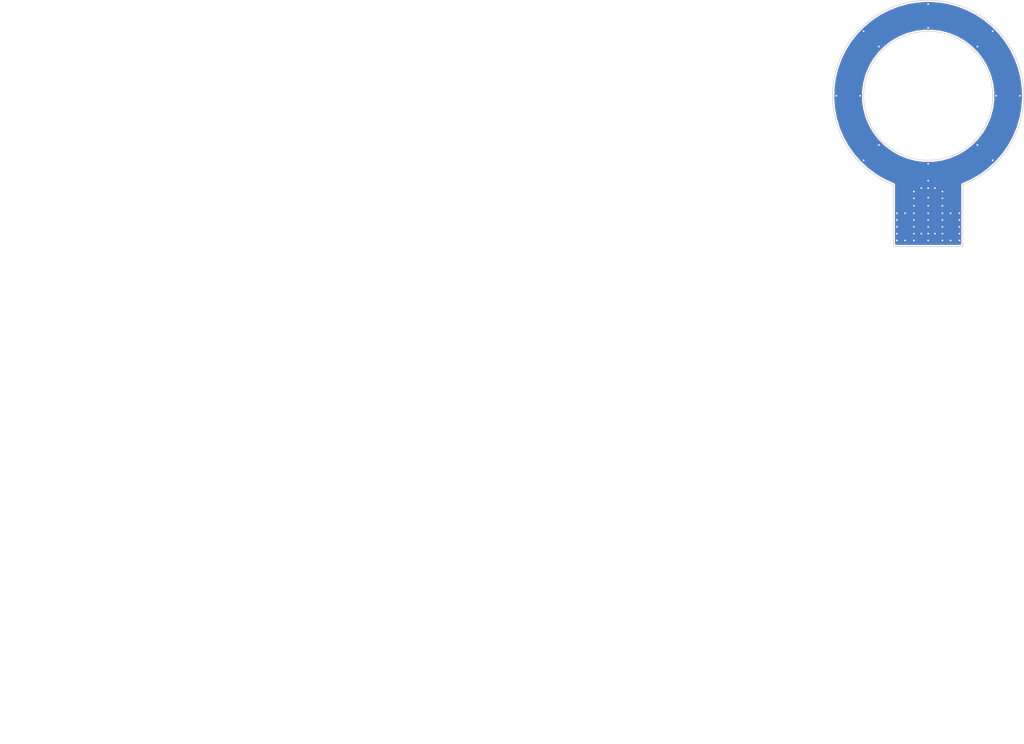
<source format=kicad_pcb>
(kicad_pcb (version 20171130) (host pcbnew 5.1.7-a382d34a8~88~ubuntu20.04.1)

  (general
    (thickness 1.6)
    (drawings 8)
    (tracks 58)
    (zones 0)
    (modules 1)
    (nets 2)
  )

  (page A4)
  (title_block
    (title "Grounding Ring")
    (date 2021-02-19)
    (rev 1.0)
    (company "Tinkerforge GmbH")
    (comment 1 "Licensed under CERN OHL v.1.1")
    (comment 2 "Copyright (©) 2020, T.Schneidermann <tim@tinkerforge.com>")
  )

  (layers
    (0 F.Cu signal)
    (31 B.Cu signal)
    (32 B.Adhes user)
    (33 F.Adhes user)
    (34 B.Paste user)
    (35 F.Paste user)
    (36 B.SilkS user)
    (37 F.SilkS user)
    (38 B.Mask user hide)
    (39 F.Mask user hide)
    (40 Dwgs.User user)
    (41 Cmts.User user)
    (42 Eco1.User user)
    (43 Eco2.User user)
    (44 Edge.Cuts user)
    (45 Margin user)
    (46 B.CrtYd user)
    (47 F.CrtYd user)
    (48 B.Fab user)
    (49 F.Fab user)
  )

  (setup
    (last_trace_width 0.25)
    (user_trace_width 0.2)
    (user_trace_width 0.3)
    (user_trace_width 0.5)
    (user_trace_width 0.8)
    (user_trace_width 1)
    (trace_clearance 0.149)
    (zone_clearance 0.2)
    (zone_45_only no)
    (trace_min 0.2)
    (via_size 0.55)
    (via_drill 0.25)
    (via_min_size 0.55)
    (via_min_drill 0.25)
    (user_via 0.55 0.25)
    (uvia_size 0.3)
    (uvia_drill 0.1)
    (uvias_allowed no)
    (uvia_min_size 0.2)
    (uvia_min_drill 0.1)
    (edge_width 0.1)
    (segment_width 0.2)
    (pcb_text_width 0.3)
    (pcb_text_size 1.5 1.5)
    (mod_edge_width 0.15)
    (mod_text_size 1 1)
    (mod_text_width 0.15)
    (pad_size 1.524 1.524)
    (pad_drill 0.762)
    (pad_to_mask_clearance 0)
    (aux_axis_origin 150 100)
    (grid_origin 150 100)
    (visible_elements FFFFFF7F)
    (pcbplotparams
      (layerselection 0x010fc_ffffffff)
      (usegerberextensions true)
      (usegerberattributes false)
      (usegerberadvancedattributes false)
      (creategerberjobfile false)
      (excludeedgelayer true)
      (linewidth 0.100000)
      (plotframeref false)
      (viasonmask false)
      (mode 1)
      (useauxorigin false)
      (hpglpennumber 1)
      (hpglpenspeed 20)
      (hpglpendiameter 15.000000)
      (psnegative false)
      (psa4output false)
      (plotreference true)
      (plotvalue true)
      (plotinvisibletext false)
      (padsonsilk false)
      (subtractmaskfromsilk false)
      (outputformat 1)
      (mirror false)
      (drillshape 0)
      (scaleselection 1)
      (outputdirectory "../../../../Schreibtisch/proto/grounding-ring/"))
  )

  (net 0 "")
  (net 1 GND)

  (net_class Default "Dies ist die voreingestellte Netzklasse."
    (clearance 0.149)
    (trace_width 0.25)
    (via_dia 0.55)
    (via_drill 0.25)
    (uvia_dia 0.3)
    (uvia_drill 0.1)
    (add_net GND)
  )

  (module kicad-libraries:JST-PH-2-SMD (layer F.Cu) (tedit 6033826D) (tstamp 603387E9)
    (at 150 117 180)
    (path /6030AB74)
    (fp_text reference P1 (at 0.09 -3.53) (layer F.Fab)
      (effects (font (size 0.8 0.8) (thickness 0.15)))
    )
    (fp_text value CONN_01X02 (at 0.48 -0.73) (layer F.Fab)
      (effects (font (size 0.8 0.8) (thickness 0.15)))
    )
    (fp_line (start -3.975 -4.75) (end 3.975 -4.75) (layer F.Fab) (width 0.2))
    (fp_line (start 3.975 -4.75) (end 3.975 0.25) (layer F.Fab) (width 0.2))
    (fp_line (start 3.975 0.25) (end -3.975 0.25) (layer F.Fab) (width 0.2))
    (fp_line (start -3.975 0.25) (end -3.975 -4.75) (layer F.Fab) (width 0.2))
    (pad "" smd rect (at 3.4 -2.25 180) (size 1.6 3) (layers F.Paste F.Mask))
    (pad "" smd rect (at -3.4 -2.25 180) (size 1.6 3) (layers F.Paste F.Mask))
    (pad 2 smd rect (at 1 0 180) (size 1 5.5) (layers F.Cu F.Paste F.Mask)
      (net 1 GND))
    (pad 1 smd rect (at -1 0 180) (size 1 5.5) (layers F.Cu F.Paste F.Mask)
      (net 1 GND))
    (model "../3d/Connectors/B2B-PH-SM4-TB(LF)(SN).wrl"
      (at (xyz 0 0 0))
      (scale (xyz 1 1 1))
      (rotate (xyz 0 0 0))
    )
  )

  (gr_poly (pts (xy 164 113) (xy 136 113) (xy 136 86) (xy 164 86)) (layer B.Mask) (width 0.1) (tstamp 602FC860))
  (gr_poly (pts (xy 164 113) (xy 136 113) (xy 136 86) (xy 164 86)) (layer F.Mask) (width 0.1))
  (gr_arc (start 150 100) (end 155.1 113.099999) (angle -317.4567807) (layer Edge.Cuts) (width 0.1))
  (gr_line (start 144.9 122.2) (end 144.9 113.1) (layer Edge.Cuts) (width 0.1))
  (gr_line (start 155.1 122.2) (end 144.9 122.2) (layer Edge.Cuts) (width 0.1))
  (gr_line (start 155.1 122.2) (end 155.1 113.1) (layer Edge.Cuts) (width 0.1))
  (gr_circle (center 150 100) (end 159.5 100) (layer Edge.Cuts) (width 0.1))
  (gr_text "Copyright Tinkerforge GmbH 2020.\nThis documentation describes Open Hardware and is licensed under the\nCERN OHL v. 1.1.\nYou may redistribute and modify this documentation under the terms of the\nCERN OHL v.1.1. (http://ohwr.org/cernohl). This documentation is distributed\nWITHOUT ANY EXPRESS OR IMPLIED WARRANTY, INCLUDING OF\nMERCHANTABILITY, SATISFACTORY QUALITY AND FITNESS FOR A\nPARTICULAR PURPOSE. Please see the CERN OHL v.1.1 for applicable\nconditions\n" (at 58.6 184.4) (layer F.Fab)
    (effects (font (size 1.5 1.5) (thickness 0.3)))
  )

  (via (at 154.6 118.3) (size 0.55) (drill 0.25) (layers F.Cu B.Cu) (net 1) (tstamp 60339A73))
  (via (at 154.6 117.3) (size 0.55) (drill 0.25) (layers F.Cu B.Cu) (net 1) (tstamp 60339A74))
  (via (at 153.3 121.3) (size 0.55) (drill 0.25) (layers F.Cu B.Cu) (net 1) (tstamp 60339A75))
  (via (at 154.6 121.3) (size 0.55) (drill 0.25) (layers F.Cu B.Cu) (net 1) (tstamp 60339A76))
  (via (at 152.1 117.3) (size 0.55) (drill 0.25) (layers F.Cu B.Cu) (net 1) (tstamp 60339A77))
  (via (at 152.1 120.3) (size 0.55) (drill 0.25) (layers F.Cu B.Cu) (net 1) (tstamp 60339A78))
  (via (at 152.1 121.3) (size 0.55) (drill 0.25) (layers F.Cu B.Cu) (net 1) (tstamp 60339A79))
  (via (at 152.1 119.3) (size 0.55) (drill 0.25) (layers F.Cu B.Cu) (net 1) (tstamp 60339A7A))
  (via (at 154.6 119.3) (size 0.55) (drill 0.25) (layers F.Cu B.Cu) (net 1) (tstamp 60339A7B))
  (via (at 152.1 118.3) (size 0.55) (drill 0.25) (layers F.Cu B.Cu) (net 1) (tstamp 60339A7C))
  (via (at 153.3 117.3) (size 0.55) (drill 0.25) (layers F.Cu B.Cu) (net 1) (tstamp 60339A7D))
  (via (at 154.6 120.3) (size 0.55) (drill 0.25) (layers F.Cu B.Cu) (net 1) (tstamp 60339A7E))
  (via (at 150 113.6) (size 0.55) (drill 0.25) (layers F.Cu B.Cu) (net 1))
  (via (at 145.4 119.3) (size 0.55) (drill 0.25) (layers F.Cu B.Cu) (net 1))
  (via (at 145.4 118.3) (size 0.55) (drill 0.25) (layers F.Cu B.Cu) (net 1))
  (via (at 145.4 120.3) (size 0.55) (drill 0.25) (layers F.Cu B.Cu) (net 1))
  (via (at 145.4 117.3) (size 0.55) (drill 0.25) (layers F.Cu B.Cu) (net 1))
  (via (at 146.6 117.3) (size 0.55) (drill 0.25) (layers F.Cu B.Cu) (net 1))
  (via (at 147.9 117.3) (size 0.55) (drill 0.25) (layers F.Cu B.Cu) (net 1))
  (via (at 147.9 118.3) (size 0.55) (drill 0.25) (layers F.Cu B.Cu) (net 1))
  (via (at 147.9 119.3) (size 0.55) (drill 0.25) (layers F.Cu B.Cu) (net 1))
  (via (at 147.9 120.3) (size 0.55) (drill 0.25) (layers F.Cu B.Cu) (net 1))
  (via (at 147.9 121.3) (size 0.55) (drill 0.25) (layers F.Cu B.Cu) (net 1))
  (via (at 146.6 121.3) (size 0.55) (drill 0.25) (layers F.Cu B.Cu) (net 1))
  (via (at 145.4 121.3) (size 0.55) (drill 0.25) (layers F.Cu B.Cu) (net 1))
  (via (at 150 115) (size 0.55) (drill 0.25) (layers F.Cu B.Cu) (net 1))
  (via (at 150 116.2) (size 0.55) (drill 0.25) (layers F.Cu B.Cu) (net 1))
  (via (at 150 117.3) (size 0.55) (drill 0.25) (layers F.Cu B.Cu) (net 1))
  (via (at 150 118.3) (size 0.55) (drill 0.25) (layers F.Cu B.Cu) (net 1))
  (via (at 150 119.3) (size 0.55) (drill 0.25) (layers F.Cu B.Cu) (net 1))
  (via (at 150 120.3) (size 0.55) (drill 0.25) (layers F.Cu B.Cu) (net 1))
  (via (at 150 121.3) (size 0.55) (drill 0.25) (layers F.Cu B.Cu) (net 1))
  (via (at 149 120.3) (size 0.55) (drill 0.25) (layers F.Cu B.Cu) (net 1))
  (via (at 151 120.3) (size 0.55) (drill 0.25) (layers F.Cu B.Cu) (net 1))
  (via (at 149 113.6) (size 0.55) (drill 0.25) (layers F.Cu B.Cu) (net 1))
  (via (at 151 113.6) (size 0.55) (drill 0.25) (layers F.Cu B.Cu) (net 1))
  (via (at 152.1 116.2) (size 0.55) (drill 0.25) (layers F.Cu B.Cu) (net 1))
  (via (at 152.1 115.1) (size 0.55) (drill 0.25) (layers F.Cu B.Cu) (net 1))
  (via (at 152.1 114.1) (size 0.55) (drill 0.25) (layers F.Cu B.Cu) (net 1))
  (via (at 147.9 114.1) (size 0.55) (drill 0.25) (layers F.Cu B.Cu) (net 1))
  (via (at 147.9 116.2) (size 0.55) (drill 0.25) (layers F.Cu B.Cu) (net 1))
  (via (at 147.9 115.1) (size 0.55) (drill 0.25) (layers F.Cu B.Cu) (net 1))
  (via (at 136.5 100) (size 0.55) (drill 0.25) (layers F.Cu B.Cu) (net 1))
  (via (at 140 100) (size 0.55) (drill 0.25) (layers F.Cu B.Cu) (net 1))
  (via (at 160 100) (size 0.55) (drill 0.25) (layers F.Cu B.Cu) (net 1))
  (via (at 163.5 100) (size 0.55) (drill 0.25) (layers F.Cu B.Cu) (net 1))
  (via (at 150 90) (size 0.55) (drill 0.25) (layers F.Cu B.Cu) (net 1))
  (via (at 150 86.5) (size 0.55) (drill 0.25) (layers F.Cu B.Cu) (net 1))
  (via (at 150 110) (size 0.55) (drill 0.25) (layers F.Cu B.Cu) (net 1))
  (via (at 150 112.5) (size 0.55) (drill 0.25) (layers F.Cu B.Cu) (net 1))
  (via (at 142.75 107.25) (size 0.55) (drill 0.25) (layers F.Cu B.Cu) (net 1))
  (via (at 140.5 109.5) (size 0.55) (drill 0.25) (layers F.Cu B.Cu) (net 1))
  (via (at 157.25 107.25) (size 0.55) (drill 0.25) (layers F.Cu B.Cu) (net 1))
  (via (at 159.5 109.5) (size 0.55) (drill 0.25) (layers F.Cu B.Cu) (net 1))
  (via (at 142.75 92.75) (size 0.55) (drill 0.25) (layers F.Cu B.Cu) (net 1))
  (via (at 140.5 90.5) (size 0.55) (drill 0.25) (layers F.Cu B.Cu) (net 1))
  (via (at 157.25 92.75) (size 0.55) (drill 0.25) (layers F.Cu B.Cu) (net 1))
  (via (at 159.5 90.5) (size 0.55) (drill 0.25) (layers F.Cu B.Cu) (net 1))

  (zone (net 1) (net_name GND) (layer F.Cu) (tstamp 60339B19) (hatch edge 0.508)
    (connect_pads yes (clearance 0.2))
    (min_thickness 0.254)
    (fill yes (arc_segments 32) (thermal_gap 0.508) (thermal_bridge_width 0.508))
    (polygon
      (pts
        (xy 164 125) (xy 136 125) (xy 136 86) (xy 164 86)
      )
    )
    (filled_polygon
      (pts
        (xy 151.423232 86.394032) (xy 152.860994 86.622308) (xy 154.266363 87.002074) (xy 155.623429 87.529034) (xy 156.916795 88.197208)
        (xy 158.131845 88.999044) (xy 159.254809 89.925456) (xy 160.272969 90.965951) (xy 161.174798 92.108749) (xy 161.950081 93.340909)
        (xy 162.590043 94.64848) (xy 163.087432 96.016655) (xy 163.436617 97.429927) (xy 163.633644 98.87231) (xy 163.676283 100.327459)
        (xy 163.56405 101.778906) (xy 163.298215 103.210201) (xy 162.881791 104.605149) (xy 162.319492 105.947946) (xy 161.617686 107.223386)
        (xy 160.784317 108.417032) (xy 159.828833 109.515356) (xy 158.762038 110.505933) (xy 157.596025 111.377536) (xy 156.343987 112.120304)
        (xy 155.011362 112.729819) (xy 154.976294 112.743562) (xy 154.955031 112.750012) (xy 154.889538 112.785019) (xy 154.832132 112.832131)
        (xy 154.78502 112.889537) (xy 154.750013 112.95503) (xy 154.728456 113.026095) (xy 154.723001 113.081481) (xy 154.723 121.823)
        (xy 145.277 121.823) (xy 145.277 113.081481) (xy 145.271545 113.026095) (xy 145.249988 112.95503) (xy 145.214981 112.889537)
        (xy 145.167869 112.832131) (xy 145.110463 112.785019) (xy 145.04497 112.750012) (xy 145.032918 112.746356) (xy 143.710395 112.148613)
        (xy 142.455042 111.411466) (xy 141.285134 110.545096) (xy 140.213914 109.559312) (xy 139.253515 108.465282) (xy 138.414801 107.275375)
        (xy 137.707291 106.003102) (xy 137.138975 104.66283) (xy 136.716305 103.269769) (xy 136.44406 101.839675) (xy 136.325322 100.388749)
        (xy 136.351033 99.352705) (xy 140.12419 99.352705) (xy 140.12419 100.647295) (xy 140.293168 101.930809) (xy 140.628233 103.181286)
        (xy 141.12365 104.377331) (xy 141.770945 105.498479) (xy 142.559041 106.525546) (xy 143.474454 107.440959) (xy 144.501521 108.229055)
        (xy 145.622669 108.87635) (xy 146.818714 109.371767) (xy 148.069191 109.706832) (xy 149.352705 109.87581) (xy 150.647295 109.87581)
        (xy 151.930809 109.706832) (xy 153.181286 109.371767) (xy 154.377331 108.87635) (xy 155.498479 108.229055) (xy 156.525546 107.440959)
        (xy 157.440959 106.525546) (xy 158.229055 105.498479) (xy 158.87635 104.377331) (xy 159.371767 103.181286) (xy 159.706832 101.930809)
        (xy 159.87581 100.647295) (xy 159.87581 99.352705) (xy 159.706832 98.069191) (xy 159.371767 96.818714) (xy 158.87635 95.622669)
        (xy 158.229055 94.501521) (xy 157.440959 93.474454) (xy 156.525546 92.559041) (xy 155.498479 91.770945) (xy 154.377331 91.12365)
        (xy 153.181286 90.628233) (xy 151.930809 90.293168) (xy 150.647295 90.12419) (xy 149.352705 90.12419) (xy 148.069191 90.293168)
        (xy 146.818714 90.628233) (xy 145.622669 91.12365) (xy 144.501521 91.770945) (xy 143.474454 92.559041) (xy 142.559041 93.474454)
        (xy 141.770945 94.501521) (xy 141.12365 95.622669) (xy 140.628233 96.818714) (xy 140.293168 98.069191) (xy 140.12419 99.352705)
        (xy 136.351033 99.352705) (xy 136.361439 98.933421) (xy 136.552 97.490175) (xy 136.894849 96.07534) (xy 137.386099 94.704958)
        (xy 138.020193 93.394536) (xy 138.78995 92.158908) (xy 139.686641 91.012088) (xy 140.700134 89.967033) (xy 141.818931 89.035601)
        (xy 143.030369 88.228332) (xy 144.320741 87.554361) (xy 145.675424 87.021326) (xy 147.079079 86.635265) (xy 148.515813 86.400547)
        (xy 149.969344 86.319832)
      )
    )
  )
  (zone (net 1) (net_name GND) (layer B.Cu) (tstamp 60339B16) (hatch edge 0.508)
    (connect_pads yes (clearance 0.2))
    (min_thickness 0.254)
    (fill yes (arc_segments 32) (thermal_gap 0.508) (thermal_bridge_width 0.508))
    (polygon
      (pts
        (xy 164 125) (xy 136 125) (xy 136 86) (xy 164 86)
      )
    )
    (filled_polygon
      (pts
        (xy 151.423232 86.394032) (xy 152.860994 86.622308) (xy 154.266363 87.002074) (xy 155.623429 87.529034) (xy 156.916795 88.197208)
        (xy 158.131845 88.999044) (xy 159.254809 89.925456) (xy 160.272969 90.965951) (xy 161.174798 92.108749) (xy 161.950081 93.340909)
        (xy 162.590043 94.64848) (xy 163.087432 96.016655) (xy 163.436617 97.429927) (xy 163.633644 98.87231) (xy 163.676283 100.327459)
        (xy 163.56405 101.778906) (xy 163.298215 103.210201) (xy 162.881791 104.605149) (xy 162.319492 105.947946) (xy 161.617686 107.223386)
        (xy 160.784317 108.417032) (xy 159.828833 109.515356) (xy 158.762038 110.505933) (xy 157.596025 111.377536) (xy 156.343987 112.120304)
        (xy 155.011362 112.729819) (xy 154.976294 112.743562) (xy 154.955031 112.750012) (xy 154.889538 112.785019) (xy 154.832132 112.832131)
        (xy 154.78502 112.889537) (xy 154.750013 112.95503) (xy 154.728456 113.026095) (xy 154.723001 113.081481) (xy 154.723 121.823)
        (xy 145.277 121.823) (xy 145.277 113.081481) (xy 145.271545 113.026095) (xy 145.249988 112.95503) (xy 145.214981 112.889537)
        (xy 145.167869 112.832131) (xy 145.110463 112.785019) (xy 145.04497 112.750012) (xy 145.032918 112.746356) (xy 143.710395 112.148613)
        (xy 142.455042 111.411466) (xy 141.285134 110.545096) (xy 140.213914 109.559312) (xy 139.253515 108.465282) (xy 138.414801 107.275375)
        (xy 137.707291 106.003102) (xy 137.138975 104.66283) (xy 136.716305 103.269769) (xy 136.44406 101.839675) (xy 136.325322 100.388749)
        (xy 136.351033 99.352705) (xy 140.12419 99.352705) (xy 140.12419 100.647295) (xy 140.293168 101.930809) (xy 140.628233 103.181286)
        (xy 141.12365 104.377331) (xy 141.770945 105.498479) (xy 142.559041 106.525546) (xy 143.474454 107.440959) (xy 144.501521 108.229055)
        (xy 145.622669 108.87635) (xy 146.818714 109.371767) (xy 148.069191 109.706832) (xy 149.352705 109.87581) (xy 150.647295 109.87581)
        (xy 151.930809 109.706832) (xy 153.181286 109.371767) (xy 154.377331 108.87635) (xy 155.498479 108.229055) (xy 156.525546 107.440959)
        (xy 157.440959 106.525546) (xy 158.229055 105.498479) (xy 158.87635 104.377331) (xy 159.371767 103.181286) (xy 159.706832 101.930809)
        (xy 159.87581 100.647295) (xy 159.87581 99.352705) (xy 159.706832 98.069191) (xy 159.371767 96.818714) (xy 158.87635 95.622669)
        (xy 158.229055 94.501521) (xy 157.440959 93.474454) (xy 156.525546 92.559041) (xy 155.498479 91.770945) (xy 154.377331 91.12365)
        (xy 153.181286 90.628233) (xy 151.930809 90.293168) (xy 150.647295 90.12419) (xy 149.352705 90.12419) (xy 148.069191 90.293168)
        (xy 146.818714 90.628233) (xy 145.622669 91.12365) (xy 144.501521 91.770945) (xy 143.474454 92.559041) (xy 142.559041 93.474454)
        (xy 141.770945 94.501521) (xy 141.12365 95.622669) (xy 140.628233 96.818714) (xy 140.293168 98.069191) (xy 140.12419 99.352705)
        (xy 136.351033 99.352705) (xy 136.361439 98.933421) (xy 136.552 97.490175) (xy 136.894849 96.07534) (xy 137.386099 94.704958)
        (xy 138.020193 93.394536) (xy 138.78995 92.158908) (xy 139.686641 91.012088) (xy 140.700134 89.967033) (xy 141.818931 89.035601)
        (xy 143.030369 88.228332) (xy 144.320741 87.554361) (xy 145.675424 87.021326) (xy 147.079079 86.635265) (xy 148.515813 86.400547)
        (xy 149.969344 86.319832)
      )
    )
  )
)

</source>
